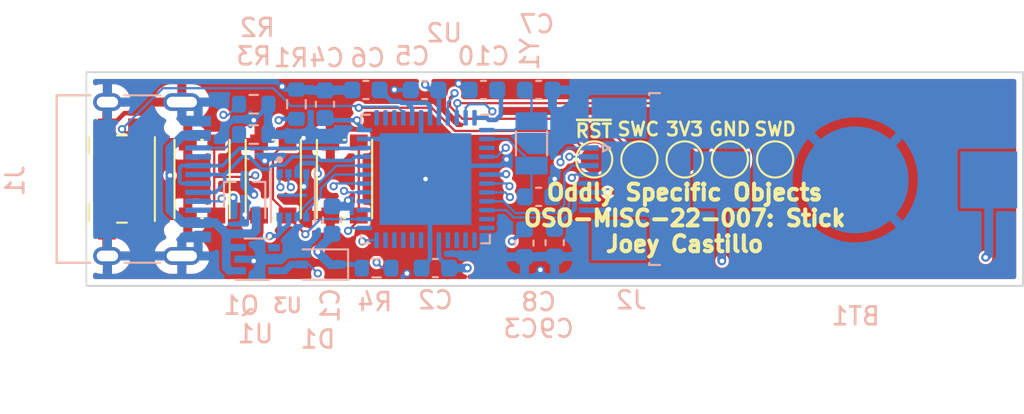
<source format=kicad_pcb>
(kicad_pcb (version 20211014) (generator pcbnew)
  (title_block (title "Stick thing") (date "2022-03-05") (rev "00") (company "Oddly Specific Objects"))
  (layers (0 "F.Cu" signal) (1 "In1.Cu" signal) (2 "In2.Cu" signal) (31 "B.Cu" signal) (34 "B.Paste" user) (35 "F.Paste" user) (36 "B.SilkS" user "B.Silkscreen") (37 "F.SilkS" user "F.Silkscreen") (38 "B.Mask" user) (39 "F.Mask" user) (44 "Edge.Cuts" user))
  (net 0 "")
  (net 1 "GND")
  (net 2 "Net-(C7-Pad1)")
  (net 5 "VCC")
  (net 6 "VBUS")
  (net 7 "/VREG")
  (net 8 "+BATT")
  (net 10 "/LIGHT")
  (net 11 "/MODE")
  (net 12 "/ALARM")
  (net 13 "/~{RESET}")
  (net 14 "/VDCDCORE")
  (net 15 "/USB+")
  (net 16 "/USB-")
  (net 17 "/CC1")
  (net 18 "/CC2")
  (net 19 "/DISPLAY_SCK")
  (net 20 "/DISPLAY_MOSI")
  (net 21 "/DISPLAY_CS")
  (net 22 "/DISPLAY_EXTCOMIN")
  (net 23 "/DISPLAY_ENABLE")
  (net 24 "/FLASH_SCK")
  (net 25 "/FLASH_CS")
  (net 26 "/FLASH_MISO")
  (net 27 "/FLASH_MOSI")
  (net 28 "/SWCLK")
  (net 29 "/SWDIO")
  (net 30 "Net-(C8-Pad1)")
  (net 31 "Net-(C10-Pad1)")
  (footprint "Button_Switch_SMD:SW_Push_1P1T_NO_CK_KMR2" (layer "F.Cu") (at 6.5 6 90)
    (fp_text reference "SW2" hide)
    (fp_text value "SW_Push" hide)
    (pad "1" smd rect (at 2.05 -0.8 90) (size 0.9 1) (layers "F.Cu" "F.Paste" "F.Mask") (net 1 "GND"))
    (pad "1" smd rect (at -2.05 -0.8 90) (size 0.9 1) (layers "F.Cu" "F.Paste" "F.Mask") (net 1 "GND"))
    (pad "2" smd rect (at 2.05 0.8 90) (size 0.9 1) (layers "F.Cu" "F.Paste" "F.Mask") (net 12 "/ALARM"))
    (pad "2" smd rect (at -2.05 0.8 90) (size 0.9 1) (layers "F.Cu" "F.Paste" "F.Mask") (net 12 "/ALARM"))
  )
  (footprint "Oddly_Specific_Artwork:Debug_Connector_Straight" (layer "F.Cu") (at 33.6 4.9)
    (fp_text reference "J3" hide)
    (fp_text value "Debug_Connector" hide)
    (fp_text user "SWD" (at 5.08 -1.7 unlocked) (layer "F.SilkS") (effects (font (size 0.75 0.75))))
    (fp_text user "SWC" (at -2.6 -1.7 unlocked) (layer "F.SilkS") (effects (font (size 0.75 0.75))))
    (fp_text user "~{RST}" (at -5.1 -1.6 unlocked) (layer "F.SilkS") (effects (font (size 0.75 0.75))))
    (fp_text user "3V3" (at 0 -1.7 unlocked) (layer "F.SilkS") (effects (font (size 0.75 0.75))))
    (fp_text user "GND" (at 2.54 -1.7 unlocked) (layer "F.SilkS") (effects (font (size 0.75 0.75))))
    (pad "1" smd circle (at -5.08 0) (size 1.5 1.5) (layers "F.Cu" "F.Mask") (net 13 "/~{RESET}"))
    (pad "2" smd circle (at -2.54 0) (size 1.5 1.5) (layers "F.Cu" "F.Mask") (net 28 "/SWCLK"))
    (pad "3" smd circle (at 0 0) (size 1.5 1.5) (layers "F.Cu" "F.Mask") (net 5 "VCC"))
    (pad "4" smd circle (at 2.54 0) (size 1.5 1.5) (layers "F.Cu" "F.Mask") (net 1 "GND"))
    (pad "5" smd circle (at 5.08 0) (size 1.5 1.5) (layers "F.Cu" "F.Mask") (net 29 "/SWDIO"))
  )
  (footprint "Button_Switch_SMD:SW_Push_1P1T_NO_CK_KMR2" (layer "F.Cu") (at 10.5 6 90)
    (fp_text reference "SW3" hide)
    (fp_text value "SW_Push" hide)
    (pad "1" smd rect (at -2.05 -0.8 90) (size 0.9 1) (layers "F.Cu" "F.Paste" "F.Mask") (net 1 "GND"))
    (pad "1" smd rect (at 2.05 -0.8 90) (size 0.9 1) (layers "F.Cu" "F.Paste" "F.Mask") (net 1 "GND"))
    (pad "2" smd rect (at 2.05 0.8 90) (size 0.9 1) (layers "F.Cu" "F.Paste" "F.Mask") (net 11 "/MODE"))
    (pad "2" smd rect (at -2.05 0.8 90) (size 0.9 1) (layers "F.Cu" "F.Paste" "F.Mask") (net 11 "/MODE"))
  )
  (footprint "Button_Switch_SMD:SW_Push_1P1T_NO_CK_KMR2" (layer "F.Cu") (at 14.5 6 90)
    (fp_text reference "SW4" hide)
    (fp_text value "SW_Push" hide)
    (pad "1" smd rect (at 2.05 -0.8 90) (size 0.9 1) (layers "F.Cu" "F.Paste" "F.Mask") (net 1 "GND"))
    (pad "1" smd rect (at -2.05 -0.8 90) (size 0.9 1) (layers "F.Cu" "F.Paste" "F.Mask") (net 1 "GND"))
    (pad "2" smd rect (at 2.05 0.8 90) (size 0.9 1) (layers "F.Cu" "F.Paste" "F.Mask") (net 10 "/LIGHT"))
    (pad "2" smd rect (at -2.05 0.8 90) (size 0.9 1) (layers "F.Cu" "F.Paste" "F.Mask") (net 10 "/LIGHT"))
  )
  (footprint "Button_Switch_SMD:Panasonic_EVQPUJ_EVQPUA" (layer "F.Cu") (at 2 6 90)
    (fp_text reference "SW1" hide)
    (fp_text value "SW_Push" hide)
    (pad "1" smd rect (at -2.625 -0.85 270) (size 1.55 1) (layers "F.Cu" "F.Paste" "F.Mask") (net 1 "GND"))
    (pad "1" smd rect (at 2.625 -0.85 270) (size 1.55 1) (layers "F.Cu" "F.Paste" "F.Mask") (net 1 "GND"))
    (pad "2" smd rect (at -2.625 0.85 270) (size 1.55 1) (layers "F.Cu" "F.Paste" "F.Mask") (net 13 "/~{RESET}"))
    (pad "2" smd rect (at 2.625 0.85 270) (size 1.55 1) (layers "F.Cu" "F.Paste" "F.Mask") (net 13 "/~{RESET}"))
  )
  (footprint "Capacitor_SMD:C_0603_1608Metric" (layer "B.Cu") (at 13.4 1.8 -90)
    (fp_text reference "C4" (at -2.6 -0.1 180) (layer "B.SilkS") (effects (justify mirror)))
    (fp_text value "1uF")
    (pad "1" smd roundrect (at -0.775 0 270) (size 0.9 0.95) (layers "B.Cu" "B.Paste" "B.Mask") (net 1 "GND"))
    (pad "2" smd roundrect (at 0.775 0 270) (size 0.9 0.95) (layers "B.Cu" "B.Paste" "B.Mask") (net 5 "VCC"))
  )
  (footprint "Connector_FFC-FPC:TE_0-1734839-8_1x08-1MP_P0.5mm_Horizontal" (layer "B.Cu") (at 29.57 6 -90)
    (fp_text reference "J2" (at 6.8 -1.03 180) (layer "B.SilkS") (effects (justify mirror)))
    (fp_text value "Conn_01x08_Female")
    (pad "1" smd rect (at -1.75 1.35 270) (size 0.3 1.1) (layers "B.Cu" "B.Paste" "B.Mask") (net 19 "/DISPLAY_SCK"))
    (pad "2" smd rect (at -1.25 1.35 270) (size 0.3 1.1) (layers "B.Cu" "B.Paste" "B.Mask") (net 20 "/DISPLAY_MOSI"))
    (pad "3" smd rect (at -0.75 1.35 270) (size 0.3 1.1) (layers "B.Cu" "B.Paste" "B.Mask") (net 21 "/DISPLAY_CS"))
    (pad "4" smd rect (at -0.25 1.35 270) (size 0.3 1.1) (layers "B.Cu" "B.Paste" "B.Mask") (net 22 "/DISPLAY_EXTCOMIN"))
    (pad "5" smd rect (at 0.25 1.35 270) (size 0.3 1.1) (layers "B.Cu" "B.Paste" "B.Mask") (net 23 "/DISPLAY_ENABLE"))
    (pad "6" smd rect (at 0.75 1.35 270) (size 0.3 1.1) (layers "B.Cu" "B.Paste" "B.Mask") (net 5 "VCC"))
    (pad "7" smd rect (at 1.25 1.35 270) (size 0.3 1.1) (layers "B.Cu" "B.Paste" "B.Mask"))
    (pad "8" smd rect (at 1.75 1.35 270) (size 0.3 1.1) (layers "B.Cu" "B.Paste" "B.Mask") (net 1 "GND"))
    (pad "MP" smd rect (at 3.42 -0.35 270) (size 2.3 3.1) (layers "B.Cu" "B.Paste" "B.Mask"))
    (pad "MP" smd rect (at -3.42 -0.35 270) (size 2.3 3.1) (layers "B.Cu" "B.Paste" "B.Mask"))
  )
  (footprint "Resistor_SMD:R_0603_1608Metric" (layer "B.Cu") (at 11.8 1.8 -90)
    (fp_text reference "R1" (at -2.6 0.3 180) (layer "B.SilkS") (effects (justify mirror)))
    (fp_text value "100K")
    (pad "1" smd roundrect (at -0.825 0 270) (size 0.8 0.95) (layers "B.Cu" "B.Paste" "B.Mask") (net 1 "GND"))
    (pad "2" smd roundrect (at 0.825 0 270) (size 0.8 0.95) (layers "B.Cu" "B.Paste" "B.Mask") (net 6 "VBUS"))
  )
  (footprint "Resistor_SMD:R_0603_1608Metric" (layer "B.Cu") (at 9.4 1.8)
    (fp_text reference "R2" (at 0.2 -4.3) (layer "B.SilkS") (effects (justify mirror)))
    (fp_text value "5.1k")
    (pad "1" smd roundrect (at -0.825 0) (size 0.8 0.95) (layers "B.Cu" "B.Paste" "B.Mask") (net 17 "/CC1"))
    (pad "2" smd roundrect (at 0.825 0) (size 0.8 0.95) (layers "B.Cu" "B.Paste" "B.Mask") (net 1 "GND"))
  )
  (footprint "Diode_SMD:D_SOD-323" (layer "B.Cu") (at 13.2 10.8 180)
    (fp_text reference "D1" (at 0.2 -4.2) (layer "B.SilkS") (effects (justify mirror)))
    (fp_text value "D_Schottky")
    (pad "1" smd rect (at -1.05 0 180) (size 0.6 0.45) (layers "B.Cu" "B.Paste" "B.Mask") (net 5 "VCC"))
    (pad "2" smd rect (at 1.05 0 180) (size 0.6 0.45) (layers "B.Cu" "B.Paste" "B.Mask") (net 7 "/VREG"))
  )
  (footprint "Connector_USB:USB_C_Receptacle_HRO_TYPE-C-31-M-12" (layer "B.Cu") (at 2.234 6 90)
    (fp_text reference "J1" (at -0.1 -6.234 90) (layer "B.SilkS") (effects (justify mirror)))
    (fp_text value "USB_C_Receptacle_USB2.0")
    (pad "" np_thru_hole circle (at 2.89 2.6 90) (size 0.65 0.65) (drill 0.65) (layers *.Cu *.Mask))
    (pad "" np_thru_hole circle (at -2.89 2.6 90) (size 0.65 0.65) (drill 0.65) (layers *.Cu *.Mask))
    (pad "A1" smd rect (at -3.25 4.045 90) (size 0.6 1.45) (layers "B.Cu" "B.Paste" "B.Mask") (net 1 "GND"))
    (pad "A4" smd rect (at -2.45 4.045 90) (size 0.6 1.45) (layers "B.Cu" "B.Paste" "B.Mask") (net 6 "VBUS"))
    (pad "A5" smd rect (at -1.25 4.045 90) (size 0.3 1.45) (layers "B.Cu" "B.Paste" "B.Mask") (net 17 "/CC1"))
    (pad "A6" smd rect (at -0.25 4.045 90) (size 0.3 1.45) (layers "B.Cu" "B.Paste" "B.Mask") (net 15 "/USB+"))
    (pad "A7" smd rect (at 0.25 4.045 90) (size 0.3 1.45) (layers "B.Cu" "B.Paste" "B.Mask") (net 16 "/USB-"))
    (pad "A8" smd rect (at 1.25 4.045 90) (size 0.3 1.45) (layers "B.Cu" "B.Paste" "B.Mask"))
    (pad "A9" smd rect (at 2.45 4.045 90) (size 0.6 1.45) (layers "B.Cu" "B.Paste" "B.Mask") (net 6 "VBUS"))
    (pad "A12" smd rect (at 3.25 4.045 90) (size 0.6 1.45) (layers "B.Cu" "B.Paste" "B.Mask") (net 1 "GND"))
    (pad "B1" smd rect (at 3.25 4.045 90) (size 0.6 1.45) (layers "B.Cu" "B.Paste" "B.Mask") (net 1 "GND"))
    (pad "B4" smd rect (at 2.45 4.045 90) (size 0.6 1.45) (layers "B.Cu" "B.Paste" "B.Mask") (net 6 "VBUS"))
    (pad "B5" smd rect (at 1.75 4.045 90) (size 0.3 1.45) (layers "B.Cu" "B.Paste" "B.Mask") (net 18 "/CC2"))
    (pad "B6" smd rect (at 0.75 4.045 90) (size 0.3 1.45) (layers "B.Cu" "B.Paste" "B.Mask") (net 15 "/USB+"))
    (pad "B7" smd rect (at -0.75 4.045 90) (size 0.3 1.45) (layers "B.Cu" "B.Paste" "B.Mask") (net 16 "/USB-"))
    (pad "B8" smd rect (at -1.75 4.045 90) (size 0.3 1.45) (layers "B.Cu" "B.Paste" "B.Mask"))
    (pad "B9" smd rect (at -2.45 4.045 90) (size 0.6 1.45) (layers "B.Cu" "B.Paste" "B.Mask") (net 6 "VBUS"))
    (pad "B12" smd rect (at -3.25 4.045 90) (size 0.6 1.45) (layers "B.Cu" "B.Paste" "B.Mask") (net 1 "GND"))
    (pad "S1" thru_hole oval (at -4.32 -1.05 90) (size 1 1.6) (drill oval 0.6 1.2) (layers *.Cu *.Mask) (net 1 "GND"))
    (pad "S1" thru_hole oval (at 4.32 -1.05 90) (size 1 1.6) (drill oval 0.6 1.2) (layers *.Cu *.Mask) (net 1 "GND"))
    (pad "S1" thru_hole oval (at -4.32 3.13 90) (size 1 2.1) (drill oval 0.6 1.7) (layers *.Cu *.Mask) (net 1 "GND"))
    (pad "S1" thru_hole oval (at 4.32 3.13 90) (size 1 2.1) (drill oval 0.6 1.7) (layers *.Cu *.Mask) (net 1 "GND"))
  )
  (footprint "Resistor_SMD:R_0603_1608Metric" (layer "B.Cu") (at 9.4 3.5)
    (fp_text reference "R3" (at 0 -4.4) (layer "B.SilkS") (effects (justify mirror)))
    (fp_text value "5.1k")
    (pad "1" smd roundrect (at -0.825 0) (size 0.8 0.95) (layers "B.Cu" "B.Paste" "B.Mask") (net 18 "/CC2"))
    (pad "2" smd roundrect (at 0.825 0) (size 0.8 0.95) (layers "B.Cu" "B.Paste" "B.Mask") (net 1 "GND"))
  )
  (footprint "Coin_Cell:KEYSTONE_3030_3050" (layer "B.Cu") (at 43.18 6.05)
    (fp_text reference "BT1" (at 0.02 7.65 180) (layer "B.SilkS") (effects (justify mirror)))
    (fp_text value "CR1025")
    (pad "1" smd rect (at -7.5 0) (size 3.2 3.2) (layers "B.Cu" "B.Paste" "B.Mask") (net 8 "+BATT"))
    (pad "1" smd rect (at 7.5 0 180) (size 3.2 3.2) (layers "B.Cu" "B.Paste" "B.Mask") (net 8 "+BATT"))
    (pad "2" smd circle (at 0 0) (size 6 6) (layers "B.Cu" "B.Mask") (net 1 "GND"))
  )
  (footprint "Capacitor_SMD:C_0603_1608Metric" (layer "B.Cu") (at 26.3 9.575 -90)
    (fp_text reference "C9" (at 4.825 -0.1 180) (layer "B.SilkS") (effects (justify mirror)))
    (fp_text value "1uF")
    (pad "1" smd roundrect (at -0.775 0 270) (size 0.9 0.95) (layers "B.Cu" "B.Paste" "B.Mask") (net 5 "VCC"))
    (pad "2" smd roundrect (at 0.775 0 270) (size 0.9 0.95) (layers "B.Cu" "B.Paste" "B.Mask") (net 1 "GND"))
  )
  (footprint "Capacitor_SMD:C_0603_1608Metric" (layer "B.Cu") (at 22.3 1 180)
    (fp_text reference "C10" (at 0 1.9) (layer "B.SilkS") (effects (justify mirror)))
    (fp_text value "47uF")
    (pad "1" smd roundrect (at -0.775 0 180) (size 0.9 0.95) (layers "B.Cu" "B.Paste" "B.Mask") (net 31 "Net-(C10-Pad1)"))
    (pad "2" smd roundrect (at 0.775 0 180) (size 0.9 0.95) (layers "B.Cu" "B.Paste" "B.Mask") (net 1 "GND"))
  )
  (footprint "Crystal:Crystal_SMD_3215-2Pin_3.2x1.5mm" (layer "B.Cu") (at 25 4 90)
    (fp_text reference "Y1" (at 5 -0.1 90) (layer "B.SilkS") (effects (justify mirror)))
    (fp_text value "32.768 kHz")
    (pad "1" smd rect (at 1.25 0 90) (size 1 1.8) (layers "B.Cu" "B.Paste" "B.Mask") (net 2 "Net-(C7-Pad1)"))
    (pad "2" smd rect (at -1.25 0 90) (size 1 1.8) (layers "B.Cu" "B.Paste" "B.Mask") (net 30 "Net-(C8-Pad1)"))
  )
  (footprint "Capacitor_SMD:C_0603_1608Metric" (layer "B.Cu") (at 19 1)
    (fp_text reference "C5" (at -0.7 -1.9) (layer "B.SilkS") (effects (justify mirror)))
    (fp_text value "1uF")
    (pad "1" smd roundrect (at -0.775 0) (size 0.9 0.95) (layers "B.Cu" "B.Paste" "B.Mask") (net 1 "GND"))
    (pad "2" smd roundrect (at 0.775 0) (size 0.9 0.95) (layers "B.Cu" "B.Paste" "B.Mask") (net 5 "VCC"))
  )
  (footprint "Package_DFN_QFN:QFN-48-1EP_7x7mm_P0.5mm_EP5.15x5.15mm" (layer "B.Cu") (at 19.05 6 180)
    (fp_text reference "U2" (at -1.05 8.2) (layer "B.SilkS") (effects (justify mirror)))
    (fp_text value "ATSAML21G18B-MUT")
    (pad "1" smd roundrect (at -3.4375 2.75 180) (size 0.875 0.25) (layers "B.Cu" "B.Paste" "B.Mask") (net 2 "Net-(C7-Pad1)"))
    (pad "2" smd roundrect (at -3.4375 2.25 180) (size 0.875 0.25) (layers "B.Cu" "B.Paste" "B.Mask") (net 30 "Net-(C8-Pad1)"))
    (pad "3" smd roundrect (at -3.4375 1.75 180) (size 0.875 0.25) (layers "B.Cu" "B.Paste" "B.Mask"))
    (pad "4" smd roundrect (at -3.4375 1.25 180) (size 0.875 0.25) (layers "B.Cu" "B.Paste" "B.Mask") (net 12 "/ALARM"))
    (pad "5" smd roundrect (at -3.4375 0.75 180) (size 0.875 0.25) (layers "B.Cu" "B.Paste" "B.Mask") (net 1 "GND"))
    (pad "6" smd roundrect (at -3.4375 0.25 180) (size 0.875 0.25) (layers "B.Cu" "B.Paste" "B.Mask") (net 5 "VCC"))
    (pad "7" smd roundrect (at -3.4375 -0.25 180) (size 0.875 0.25) (layers "B.Cu" "B.Paste" "B.Mask") (net 20 "/DISPLAY_MOSI"))
    (pad "8" smd roundrect (at -3.4375 -0.75 180) (size 0.875 0.25) (layers "B.Cu" "B.Paste" "B.Mask") (net 19 "/DISPLAY_SCK"))
    (pad "9" smd roundrect (at -3.4375 -1.25 180) (size 0.875 0.25) (layers "B.Cu" "B.Paste" "B.Mask") (net 21 "/DISPLAY_CS"))
    (pad "10" smd roundrect (at -3.4375 -1.75 180) (size 0.875 0.25) (layers "B.Cu" "B.Paste" "B.Mask") (net 23 "/DISPLAY_ENABLE"))
    (pad "11" smd roundrect (at -3.4375 -2.25 180) (size 0.875 0.25) (layers "B.Cu" "B.Paste" "B.Mask"))
    (pad "12" smd roundrect (at -3.4375 -2.75 180) (size 0.875 0.25) (layers "B.Cu" "B.Paste" "B.Mask"))
    (pad "13" smd roundrect (at -2.75 -3.4375 180) (size 0.25 0.875) (layers "B.Cu" "B.Paste" "B.Mask"))
    (pad "14" smd roundrect (at -2.25 -3.4375 180) (size 0.25 0.875) (layers "B.Cu" "B.Paste" "B.Mask"))
    (pad "15" smd roundrect (at -1.75 -3.4375 180) (size 0.25 0.875) (layers "B.Cu" "B.Paste" "B.Mask"))
    (pad "16" smd roundrect (at -1.25 -3.4375 180) (size 0.25 0.875) (layers "B.Cu" "B.Paste" "B.Mask"))
    (pad "17" smd roundrect (at -0.75 -3.4375 180) (size 0.25 0.875) (layers "B.Cu" "B.Paste" "B.Mask") (net 5 "VCC"))
    (pad "18" smd roundrect (at -0.25 -3.4375 180) (size 0.25 0.875) (layers "B.Cu" "B.Paste" "B.Mask") (net 1 "GND"))
    (pad "19" smd roundrect (at 0.25 -3.4375 180) (size 0.25 0.875) (layers "B.Cu" "B.Paste" "B.Mask"))
    (pad "20" smd roundrect (at 0.75 -3.4375 180) (size 0.25 0.875) (layers "B.Cu" "B.Paste" "B.Mask"))
    (pad "21" smd roundrect (at 1.25 -3.4375 180) (size 0.25 0.875) (layers "B.Cu" "B.Paste" "B.Mask"))
    (pad "22" smd roundrect (at 1.75 -3.4375 180) (size 0.25 0.875) (layers "B.Cu" "B.Paste" "B.Mask"))
    (pad "23" smd roundrect (at 2.25 -3.4375 180) (size 0.25 0.875) (layers "B.Cu" "B.Paste" "B.Mask"))
    (pad "24" smd roundrect (at 2.75 -3.4375 180) (size 0.25 0.875) (layers "B.Cu" "B.Paste" "B.Mask") (net 7 "/VREG"))
    (pad "25" smd roundrect (at 3.4375 -2.75 180) (size 0.875 0.25) (layers "B.Cu" "B.Paste" "B.Mask") (net 10 "/LIGHT"))
    (pad "26" smd roundrect (at 3.4375 -2.25 180) (size 0.875 0.25) (layers "B.Cu" "B.Paste" "B.Mask") (net 11 "/MODE"))
    (pad "27" smd roundrect (at 3.4375 -1.75 180) (size 0.875 0.25) (layers "B.Cu" "B.Paste" "B.Mask"))
    (pad "28" smd roundrect (at 3.4375 -1.25 180) (size 0.875 0.25) (layers "B.Cu" "B.Paste" "B.Mask"))
    (pad "29" smd roundrect (at 3.4375 -0.75 180) (size 0.875 0.25) (layers "B.Cu" "B.Paste" "B.Mask") (net 26 "/FLASH_MISO"))
    (pad "30" smd roundrect (at 3.4375 -0.25 180) (size 0.875 0.25) (layers "B.Cu" "B.Paste" "B.Mask") (net 25 "/FLASH_CS"))
    (pad "31" smd roundrect (at 3.4375 0.25 180) (size 0.875 0.25) (layers "B.Cu" "B.Paste" "B.Mask") (net 27 "/FLASH_MOSI"))
    (pad "32" smd roundrect (at 3.4375 0.75 180) (size 0.875 0.25) (layers "B.Cu" "B.Paste" "B.Mask") (net 24 "/FLASH_SCK"))
    (pad "33" smd roundrect (at 3.4375 1.25 180) (size 0.875 0.25) (layers "B.Cu" "B.Paste" "B.Mask") (net 16 "/USB-"))
    (pad "34" smd roundrect (at 3.4375 1.75 180) (size 0.875 0.25) (layers "B.Cu" "B.Paste" "B.Mask") (net 15 "/USB+"))
    (pad "35" smd roundrect (at 3.4375 2.25 180) (size 0.875 0.25) (layers "B.Cu" "B.Paste" "B.Mask") (net 1 "GND"))
    (pad "36" smd roundrect (at 3.4375 2.75 180) (size 0.875 0.25) (layers "B.Cu" "B.Paste" "B.Mask") (net 5 "VCC"))
    (pad "37" smd roundrect (at 2.75 3.4375 180) (size 0.25 0.875) (layers "B.Cu" "B.Paste" "B.Mask"))
    (pad "38" smd roundrect (at 2.25 3.4375 180) (size 0.25 0.875) (layers "B.Cu" "B.Paste" "B.Mask"))
    (pad "39" smd roundrect (at 1.75 3.4375 180) (size 0.25 0.875) (layers "B.Cu" "B.Paste" "B.Mask"))
    (pad "40" smd roundrect (at 1.25 3.4375 180) (size 0.25 0.875) (layers "B.Cu" "B.Paste" "B.Mask") (net 13 "/~{RESET}"))
    (pad "41" smd roundrect (at 0.75 3.4375 180) (size 0.25 0.875) (layers "B.Cu" "B.Paste" "B.Mask") (net 14 "/VDCDCORE"))
    (pad "42" smd roundrect (at 0.25 3.4375 180) (size 0.25 0.875) (layers "B.Cu" "B.Paste" "B.Mask") (net 1 "GND"))
    (pad "43" smd roundrect (at -0.25 3.4375 180) (size 0.25 0.875) (layers "B.Cu" "B.Paste" "B.Mask") (net 14 "/VDCDCORE"))
    (pad "44" smd roundrect (at -0.75 3.4375 180) (size 0.25 0.875) (layers "B.Cu" "B.Paste" "B.Mask") (net 5 "VCC"))
    (pad "45" smd roundrect (at -1.25 3.4375 180) (size 0.25 0.875) (layers "B.Cu" "B.Paste" "B.Mask") (net 28 "/SWCLK"))
    (pad "46" smd roundrect (at -1.75 3.4375 180) (size 0.25 0.875) (layers "B.Cu" "B.Paste" "B.Mask") (net 29 "/SWDIO"))
    (pad "47" smd roundrect (at -2.25 3.4375 180) (size 0.25 0.875) (layers "B.Cu" "B.Paste" "B.Mask") (net 22 "/DISPLAY_EXTCOMIN"))
    (pad "48" smd roundrect (at -2.75 3.4375 180) (size 0.25 0.875) (layers "B.Cu" "B.Paste" "B.Mask") (net 31 "Net-(C10-Pad1)"))
    (pad "49" smd rect (at 0 0 180) (size 5.15 5.15) (layers "B.Cu" "B.Mask") (net 1 "GND"))
  )
  (footprint "Package_TO_SOT_SMD:SOT-353_SC-70-5" (layer "B.Cu") (at 9.586 10.5)
    (fp_text reference "U1" (at -0.086 4.2) (layer "B.SilkS") (effects (justify mirror)))
    (fp_text value "MIC5365-3.3YC5")
    (pad "1" smd rect (at -0.95 0.65) (size 0.65 0.4) (layers "B.Cu" "B.Paste" "B.Mask") (net 6 "VBUS"))
    (pad "2" smd rect (at -0.95 0) (size 0.65 0.4) (layers "B.Cu" "B.Paste" "B.Mask") (net 1 "GND"))
    (pad "3" smd rect (at -0.95 -0.65) (size 0.65 0.4) (layers "B.Cu" "B.Paste" "B.Mask") (net 6 "VBUS"))
    (pad "4" smd rect (at 0.95 -0.65) (size 0.65 0.4) (layers "B.Cu" "B.Paste" "B.Mask"))
    (pad "5" smd rect (at 0.95 0.65) (size 0.65 0.4) (layers "B.Cu" "B.Paste" "B.Mask") (net 7 "/VREG"))
  )
  (footprint "Capacitor_SMD:C_0603_1608Metric" (layer "B.Cu") (at 24.6 9.6 90)
    (fp_text reference "C3" (at -4.8 -0.2 180) (layer "B.SilkS") (effects (justify mirror)))
    (fp_text value "1uF")
    (pad "1" smd roundrect (at -0.775 0 90) (size 0.9 0.95) (layers "B.Cu" "B.Paste" "B.Mask") (net 1 "GND"))
    (pad "2" smd roundrect (at 0.775 0 90) (size 0.9 0.95) (layers "B.Cu" "B.Paste" "B.Mask") (net 5 "VCC"))
  )
  (footprint "Package_TO_SOT_SMD:SOT-323_SC-70" (layer "B.Cu") (at 8.89 6.892 90)
    (fp_text reference "Q1" (at -6.208 -0.19 180) (layer "B.SilkS") (effects (justify mirror)))
    (fp_text value "Q_PMOS_DGS")
    (pad "1" smd rect (at -1 0.65 180) (size 0.45 0.7) (layers "B.Cu" "B.Paste" "B.Mask") (net 6 "VBUS"))
    (pad "2" smd rect (at -1 -0.65 180) (size 0.45 0.7) (layers "B.Cu" "B.Paste" "B.Mask") (net 5 "VCC"))
    (pad "3" smd rect (at 1 0 180) (size 0.45 0.7) (layers "B.Cu" "B.Paste" "B.Mask") (net 8 "+BATT"))
  )
  (footprint "Capacitor_SMD:C_0603_1608Metric" (layer "B.Cu") (at 25.4 7)
    (fp_text reference "C8" (at 0 5.9) (layer "B.SilkS") (effects (justify mirror)))
    (fp_text value "22pf")
    (pad "1" smd roundrect (at -0.775 0) (size 0.9 0.95) (layers "B.Cu" "B.Paste" "B.Mask") (net 30 "Net-(C8-Pad1)"))
    (pad "2" smd roundrect (at 0.775 0) (size 0.9 0.95) (layers "B.Cu" "B.Paste" "B.Mask") (net 1 "GND"))
  )
  (footprint "Capacitor_SMD:C_0603_1608Metric" (layer "B.Cu") (at 13.8 8.3 90)
    (fp_text reference "C1" (at -4.8 -0.1 270) (layer "B.SilkS") (effects (justify mirror)))
    (fp_text value "10uF")
    (pad "1" smd roundrect (at -0.775 0 90) (size 0.9 0.95) (layers "B.Cu" "B.Paste" "B.Mask") (net 5 "VCC"))
    (pad "2" smd roundrect (at 0.775 0 90) (size 0.9 0.95) (layers "B.Cu" "B.Paste" "B.Mask") (net 1 "GND"))
  )
  (footprint "Capacitor_SMD:C_0603_1608Metric" (layer "B.Cu") (at 15.7 1 180)
    (fp_text reference "C6" (at -0.1 1.8) (layer "B.SilkS") (effects (justify mirror)))
    (fp_text value "1uF")
    (pad "1" smd roundrect (at -0.775 0 180) (size 0.9 0.95) (layers "B.Cu" "B.Paste" "B.Mask") (net 14 "/VDCDCORE"))
    (pad "2" smd roundrect (at 0.775 0 180) (size 0.9 0.95) (layers "B.Cu" "B.Paste" "B.Mask") (net 1 "GND"))
  )
  (footprint "Capacitor_SMD:C_0603_1608Metric" (layer "B.Cu") (at 25.4 1)
    (fp_text reference "C7" (at -0.1 -3.7) (layer "B.SilkS") (effects (justify mirror)))
    (fp_text value "22pf")
    (pad "1" smd roundrect (at -0.775 0) (size 0.9 0.95) (layers "B.Cu" "B.Paste" "B.Mask") (net 2 "Net-(C7-Pad1)"))
    (pad "2" smd roundrect (at 0.775 0) (size 0.9 0.95) (layers "B.Cu" "B.Paste" "B.Mask") (net 1 "GND"))
  )
  (footprint "SPI_Flash:PSON50P200X300X50-9N" (layer "B.Cu") (at 11.6 6.9125 -90)
    (fp_text reference "U3" (at 6.1875 0.3 180) (layer "B.SilkS") (effects (font (size 0.8 0.8)) (justify mirror)))
    (fp_text value "GD25Q16CEIGR")
    (pad "1" smd roundrect locked (at -1.22 0.75 270) (size 0.49 0.35) (layers "B.Cu" "B.Paste" "B.Mask") (roundrect_rratio 0.04) (net 25 "/FLASH_CS"))
    (pad "2" smd roundrect locked (at -1.22 0.25 270) (size 0.49 0.35) (layers "B.Cu" "B.Paste" "B.Mask") (roundrect_rratio 0.04) (net 26 "/FLASH_MISO"))
    (pad "3" smd roundrect locked (at -1.22 -0.25 270) (size 0.49 0.35) (layers "B.Cu" "B.Paste" "B.Mask") (roundrect_rratio 0.04) (net 5 "VCC"))
    (pad "4" smd roundrect locked (at -1.22 -0.75 270) (size 0.49 0.35) (layers "B.Cu" "B.Paste" "B.Mask") (roundrect_rratio 0.04) (net 1 "GND"))
    (pad "5" smd roundrect locked (at 1.22 -0.75 270) (size 0.49 0.35) (layers "B.Cu" "B.Paste" "B.Mask") (roundrect_rratio 0.04) (net 27 "/FLASH_MOSI"))
    (pad "6" smd roundrect locked (at 1.22 -0.25 270) (size 0.49 0.35) (layers "B.Cu" "B.Paste" "B.Mask") (roundrect_rratio 0.04) (net 24 "/FLASH_SCK"))
    (pad "7" smd roundrect locked (at 1.22 0.25 270) (size 0.49 0.35) (layers "B.Cu" "B.Paste" "B.Mask") (roundrect_rratio 0.04) (net 5 "VCC"))
    (pad "8" smd roundrect locked (at 1.22 0.75 270) (size 0.49 0.35) (layers "B.Cu" "B.Paste" "B.Mask") (roundrect_rratio 0.04) (net 5 "VCC"))
    (pad "9" smd rect locked (at 0 0 270) (size 0.2 1.6) (layers "B.Cu" "B.Mask"))
  )
  (footprint "Capacitor_SMD:C_0603_1608Metric" (layer "B.Cu") (at 19.6 11)
    (fp_text reference "C2" (at 0 1.8) (layer "B.SilkS") (effects (justify mirror)))
    (fp_text value "1uF")
    (pad "1" smd roundrect (at -0.775 0) (size 0.9 0.95) (layers "B.Cu" "B.Paste" "B.Mask") (net 1 "GND"))
    (pad "2" smd roundrect (at 0.775 0) (size 0.9 0.95) (layers "B.Cu" "B.Paste" "B.Mask") (net 5 "VCC"))
  )
  (footprint "Resistor_SMD:R_0603_1608Metric" (layer "B.Cu") (at 16.3 11 180)
    (fp_text reference "R4" (at 0.1 -1.9) (layer "B.SilkS") (effects (justify mirror)))
    (fp_text value "10K")
    (pad "1" smd roundrect (at -0.825 0 180) (size 0.8 0.95) (layers "B.Cu" "B.Paste" "B.Mask") (net 25 "/FLASH_CS"))
    (pad "2" smd roundrect (at 0.825 0 180) (size 0.8 0.95) (layers "B.Cu" "B.Paste" "B.Mask") (net 5 "VCC"))
  )
  (gr_rect (start 0 0) (end 52.6 12) (layer "Edge.Cuts") (width 0.1) (fill none))
  (gr_text "Oddly Specific Objects\nOSO-MISC-22-007: Stick\nJoey Castillo" (at 33.6 8.2) (layer "F.SilkS") (effects (font (size 0.9 0.9) (thickness 0.225))))
  (segment (start 15.3 10.2) (end 16.9 10.2) (width 0.254) (layer "F.Cu") (net 1))
  (segment (start 16.9 10.2) (end 18 11.3) (width 0.254) (layer "F.Cu") (net 1))
  (segment (start 1.15 3.375) (end 1.15 3.292978) (width 0.254) (layer "F.Cu") (net 1))
  (segment (start 1.15 3.292978) (end 2.142978 2.3) (width 0.254) (layer "F.Cu") (net 1))
  (segment (start 12.45 3.95) (end 12.2 3.7) (width 0.254) (layer "F.Cu") (net 1))
  (segment (start 13.7 8.6) (end 15.3 10.2) (width 0.254) (layer "F.Cu") (net 1))
  (segment (start 2.142978 2.3) (end 3.8 2.3) (width 0.254) (layer "F.Cu") (net 1))
  (segment (start 3.8 2.3) (end 3.9 2.4) (width 0.254) (layer "F.Cu") (net 1))
  (segment (start 13.7 3.95) (end 12.45 3.95) (width 0.254) (layer "F.Cu") (net 1))
  (segment (start 13.7 8.05) (end 13.7 8.6) (width 0.254) (layer "F.Cu") (net 1))
  (via (at 12.217606 6.4201) (size 0.4572) (drill 0.254) (layers "F.Cu" "B.Cu") (net 1))
  (via (at 9.4 10.6) (size 0.4572) (drill 0.254) (layers "F.Cu" "B.Cu") (net 1))
  (via (at 23.6 4.9) (size 0.4572) (drill 0.254) (layers "F.Cu" "B.Cu") (net 1))
  (via (at 29.35 7.700011) (size 0.4572) (drill 0.254) (layers "F.Cu" "B.Cu") (net 1))
  (via (at 12.2 3.7) (size 0.4572) (drill 0.254) (layers "F.Cu" "B.Cu") (net 1))
  (via (at 17.3 0.984005) (size 0.4572) (drill 0.254) (layers "F.Cu" "B.Cu") (net 1))
  (via (at 14.69137 7.209368) (size 0.4572) (drill 0.254) (layers "F.Cu" "B.Cu") (net 1))
  (via (at 18 11.3) (size 0.4572) (drill 0.254) (layers "F.Cu" "B.Cu") (net 1))
  (via (at 26.3 6) (size 0.4572) (drill 0.254) (layers "F.Cu" "B.Cu") (net 1))
  (via (at 9.4 2.7) (size 0.4572) (drill 0.254) (layers "F.Cu" "B.Cu") (net 1))
  (via (at 8.9 8) (size 0.4572) (drill 0.254) (layers "F.Cu" "B.Cu") (net 1))
  (via (at 19.05 6) (size 0.4572) (drill 0.254) (layers "F.Cu" "B.Cu") (net 1))
  (via (at 25.5 11.1) (size 0.4572) (drill 0.254) (layers "F.Cu" "B.Cu") (net 1))
  (via (at 10.021805 4.978195) (size 0.4572) (drill 0.254) (layers "F.Cu" "B.Cu") (net 1))
  (via (at 20.903474 0.639136) (size 0.4572) (drill 0.254) (layers "F.Cu" "B.Cu") (net 1))
  (via (at 10.995602 0.804398) (size 0.4572) (drill 0.254) (layers "F.Cu" "B.Cu") (net 1))
  (segment (start 28.22 7.75) (end 29.300011 7.75) (width 0.254) (layer "B.Cu") (net 1))
  (segment (start 26.175 7) (end 26.175 6.125) (width 0.254) (layer "B.Cu") (net 1))
  (segment (start 18.8 2.5625) (end 18.8 5.75) (width 0.254) (layer "B.Cu") (net 1))
  (segment (start 12.35 5.6925) (end 12.35 6.287706) (width 0.254) (layer "B.Cu") (net 1))
  (segment (start 21.525 1) (end 21.264338 1) (width 0.254) (layer "B.Cu") (net 1))
  (segment (start 12.35 6.287706) (end 12.217606 6.4201) (width 0.254) (layer "B.Cu") (net 1))
  (segment (start 19.3 9.4375) (end 19.3 6.25) (width 0.254) (layer "B.Cu") (net 1))
  (segment (start 18.8 5.75) (end 19.05 6) (width 0.254) (layer "B.Cu") (net 1))
  (segment (start 16.8 3.75) (end 19.05 6) (width 0.254) (layer "B.Cu") (net 1))
  (segment (start 21.264338 1) (end 20.903474 0.639136) (width 0.254) (layer "B.Cu") (net 1))
  (segment (start 19.8 5.25) (end 19.05 6) (width 0.254) (layer "B.Cu") (net 1))
  (segment (start 23.6 4.9) (end 23.25 5.25) (width 0.254) (layer "B.Cu") (net 1))
  (segment (start 29.300011 7.75) (end 29.35 7.700011) (width 0.254) (layer "B.Cu") (net 1))
  (segment (start 19.3 10.525) (end 18.825 11) (width 0.254) (layer "B.Cu") (net 1))
  (segment (start 23.25 5.25) (end 22.4875 5.25) (width 0.254) (layer "B.Cu") (net 1))
  (segment (start 10.225 1.875) (end 9.4 2.7) (width 0.254) (layer "B.Cu") (net 1))
  (segment (start 15.6125 3.75) (end 16.8 3.75) (width 0.254) (layer "B.Cu") (net 1))
  (segment (start 8.636 10.5) (end 9.3 10.5) (width 0.254) (layer "B.Cu") (net 1))
  (segment (start 10.995602 0.804398) (end 11.166204 0.975) (width 0.254) (layer "B.Cu") (net 1))
  (segment (start 11.166204 0.975) (end 11.8 0.975) (width 0.254) (layer "B.Cu") (net 1))
  (segment (start 22.4875 5.25) (end 19.8 5.25) (width 0.254) (layer "B.Cu") (net 1))
  (segment (start 17.315995 1) (end 18.325 1) (width 0.254) (layer "B.Cu") (net 1))
  (segment (start 19.3 6.25) (end 19.05 6) (width 0.254) (layer "B.Cu") (net 1))
  (segment (start 10.225 1.8) (end 10.225 1.875) (width 0.254) (layer "B.Cu") (net 1))
  (segment (start 9.3 10.5) (end 9.4 10.6) (width 0.254) (layer "B.Cu") (net 1))
  (segment (start 26.175 6.125) (end 26.3 6) (width 0.254) (layer "B.Cu") (net 1))
  (segment (start 19.3 9.4375) (end 19.3 10.525) (width 0.254) (layer "B.Cu") (net 1))
  (segment (start 13.8 7.525) (end 14.375738 7.525) (width 0.254) (layer "B.Cu") (net 1))
  (segment (start 14.375738 7.525) (end 14.69137 7.209368) (width 0.254) (layer "B.Cu") (net 1))
  (segment (start 17.3 0.984005) (end 17.315995 1) (width 0.254) (layer "B.Cu") (net 1))
  (segment (start 25 1.375) (end 25 2.75) (width 0.13) (layer "B.Cu") (net 2))
  (segment (start 24.625 1) (end 25 1.375) (width 0.13) (layer "B.Cu") (net 2))
  (segment (start 24.55 2.75) (end 25 2.75) (width 0.13) (layer "B.Cu") (net 2))
  (segment (start 24.05 3.25) (end 24.55 2.75) (width 0.13) (layer "B.Cu") (net 2))
  (segment (start 22.4875 3.25) (end 24.05 3.25) (width 0.13) (layer "B.Cu") (net 2))
  (segment (start 29.275 6.75) (end 31.75 6.75) (width 0.254) (layer "F.Cu") (net 5))
  (segment (start 31.75 6.75) (end 33.6 4.9) (width 0.254) (layer "F.Cu") (net 5))
  (via (at 10.3 9.2) (size 0.4572) (drill 0.254) (layers "F.Cu" "B.Cu") (net 5))
  (via (at 23.575 5.725) (size 0.4572) (drill 0.254) (layers "F.Cu" "B.Cu") (net 5))
  (via (at 13 10.1) (size 0.4572) (drill 0.254) (layers "F.Cu" "B.Cu") (net 5))
  (via (at 15.2 2.7) (size 0.4572) (drill 0.254) (layers "F.Cu" "B.Cu") (net 5))
  (via (at 21.4 11) (size 0.4572) (drill 0.254) (layers "F.Cu" "B.Cu") (net 5))
  (via (at 8.25 7.05) (size 0.4572) (drill 0.254) (layers "F.Cu" "B.Cu") (net 5))
  (via (at 19.027718 0.69748) (size 0.4572) (drill 0.254) (layers "F.Cu" "B.Cu") (net 5))
  (via (at 29.275 6.75) (size 0.4572) (drill 0.254) (layers "F.Cu" "B.Cu") (net 5))
  (via (at 13.002944 5.702944) (size 0.4572) (drill 0.254) (layers "F.Cu" "B.Cu") (net 5))
  (via (at 23.9 9.5) (size 0.4572) (drill 0.254) (layers "F.Cu" "B.Cu") (net 5))
  (segment (start 13.002944 5.702944) (end 13.002944 5.302944) (width 0.254) (layer "B.Cu") (net 5))
  (segment (start 19.8 10.425) (end 20.375 11) (width 0.254) (layer "B.Cu") (net 5))
  (segment (start 13.002944 5.302944) (end 12.80352 5.10352) (width 0.254) (layer "B.Cu") (net 5))
  (segment (start 15.2 2.8375) (end 15.6125 3.25) (width 0.254) (layer "B.Cu") (net 5))
  (segment (start 27.416489 7.683511) (end 26.3 8.8) (width 0.254) (layer "B.Cu") (net 5))
  (segment (start 24.575 8.825) (end 24.6 8.825) (width 0.254) (layer "B.Cu") (net 5))
  (segment (start 15.2 2.7) (end 13.625 2.7) (width 0.254) (layer "B.Cu") (net 5))
  (segment (start 13.625 2.7) (end 13.5 2.575) (width 0.254) (layer "B.Cu") (net 5))
  (segment (start 15.275 10.8) (end 15.475 11) (width 0.254) (layer "B.Cu") (net 5))
  (segment (start 10.85 9.05) (end 10.7 9.2) (width 0.254) (layer "B.Cu") (net 5))
  (segment (start 19.775 1) (end 19.330238 1) (width 0.254) (layer "B.Cu") (net 5))
  (segment (start 19.8 9.4375) (end 19.8 10.425) (width 0.254) (layer "B.Cu") (net 5))
  (segment (start 8.24 7.06) (end 8.25 7.05) (width 0.5) (layer "B.Cu") (net 5))
  (segment (start 12.80352 5.10352) (end 12.09648 5.10352) (width 0.254) (layer "B.Cu") (net 5))
  (segment (start 27.416489 6.846489) (end 27.416489 7.683511) (width 0.254) (layer "B.Cu") (net 5))
  (segment (start 23.575 5.725) (end 23.55 5.75) (width 0.254) (layer "B.Cu") (net 5))
  (segment (start 28.22 6.75) (end 27.512978 6.75) (width 0.254) (layer "B.Cu") (net 5))
  (segment (start 27.512978 6.75) (end 27.416489 6.846489) (width 0.254) (layer "B.Cu") (net 5))
  (segment (start 11.35 8.55) (end 10.85 9.05) (width 0.254) (layer "B.Cu") (net 5))
  (segment (start 20.375 11) (end 21.4 11) (width 0.5) (layer "B.Cu") (net 5))
  (segment (start 10.7 9.2) (end 10.3 9.2) (width 0.254) (layer "B.Cu") (net 5))
  (segment (start 23.9 9.5) (end 24.575 8.825) (width 0.254) (layer "B.Cu") (net 5))
  (segment (start 19.675 1) (end 19.8 1.125) (width 0.254) (layer "B.Cu") (net 5))
  (segment (start 11.85 5.35) (end 11.85 5.6925) (width 0.254) (layer "B.Cu") (net 5))
  (segment (start 13.7 10.8) (end 14.25 10.8) (width 0.5) (layer "B.Cu") (net 5))
  (segment (start 8.24 7.892) (end 8.24 7.06) (width 0.5) (layer "B.Cu") (net 5))
  (segment (start 10.85 8.1325) (end 10.85 9.05) (width 0.254) (layer "B.Cu") (net 5))
  (segment (start 11.35 8.1325) (end 11.35 8.55) (width 0.254) (layer "B.Cu") (net 5))
  (segment (start 13 10.1) (end 13 9.975) (width 0.5) (layer "B.Cu") (net 5))
  (segment (start 19.330238 1) (end 19.027718 0.69748) (width 0.254) (layer "B.Cu") (net 5))
  (segment (start 13 9.975) (end 13.9 9.075) (width 0.5) (layer "B.Cu") (net 5))
  (segment (start 12.09648 5.10352) (end 11.85 5.35) (width 0.254) (layer "B.Cu") (net 5))
  (segment (start 19.8 1.125) (end 19.8 2.5625) (width 0.254) (layer "B.Cu") (net 5))
  (segment (start 13 10.1) (end 13.7 10.8) (width 0.5) (layer "B.Cu") (net 5))
  (segment (start 15.2 2.7) (end 15.2 2.8375) (width 0.254) (layer "B.Cu") (net 5))
  (segment (start 14.25 10.8) (end 15.275 10.8) (width 0.254) (layer "B.Cu") (net 5))
  (segment (start 28.22 6.75) (end 29.275 6.75) (width 0.254) (layer "B.Cu") (net 5))
  (segment (start 23.55 5.75) (end 22.4875 5.75) (width 0.254) (layer "B.Cu") (net 5))
  (via (at 4.7 5.8) (size 0.4572) (drill 0.254) (layers "F.Cu" "B.Cu") (net 6))
  (via (at 10.8 2.7) (size 0.4572) (drill 0.254) (layers "F.Cu" "B.Cu") (net 6))
  (segment (start 6.279 8.45) (end 5.422023 8.45) (width 0.5) (layer "B.Cu") (net 6))
  (segment (start 9.324511 9.075489) (end 9.54 8.86) (width 0.5) (layer "B.Cu") (net 6))
  (segment (start 8.636 9.85) (end 7.861978 9.85) (width 0.4) (layer "B.Cu") (net 6))
  (segment (start 7.861489 9.075489) (end 9.324511 9.075489) (width 0.5) (layer "B.Cu") (net 6))
  (segment (start 7.861489 9.075489) (end 7.236 8.45) (width 0.5) (layer "B.Cu") (net 6))
  (segment (start 8.636 11.15) (end 8.05 11.15) (width 0.4) (layer "B.Cu") (net 6))
  (segment (start 7.861489 10.961489) (end 7.861489 9.075489) (width 0.5) (layer "B.Cu") (net 6))
  (segment (start 11.8 2.625) (end 10.875 2.625) (width 0.254) (layer "B.Cu") (net 6))
  (segment (start 5.422023 8.45) (end 4.7 7.727977) (width 0.5) (layer "B.Cu") (net 6))
  (segment (start 4.7 7.727977) (end 4.7 5.8) (width 0.5) (layer "B.Cu") (net 6))
  (segment (start 7.236 8.45) (end 6.279 8.45) (width 0.5) (layer "B.Cu") (net 6))
  (segment (start 5.422023 3.55) (end 6.279 3.55) (width 0.5) (layer "B.Cu") (net 6))
  (segment (start 4.7 4.272023) (end 5.422023 3.55) (width 0.5) (layer "B.Cu") (net 6))
  (segment (start 4.7 5.8) (end 4.7 4.272023) (width 0.5) (layer "B.Cu") (net 6))
  (segment (start 10.875 2.625) (end 10.8 2.7) (width 0.254) (layer "B.Cu") (net 6))
  (segment (start 9.54 8.86) (end 9.54 7.892) (width 0.5) (layer "B.Cu") (net 6))
  (segment (start 8.05 11.15) (end 7.861489 10.961489) (width 0.5) (layer "B.Cu") (net 6))
  (via (at 13 11.3) (size 0.4572) (drill 0.254) (layers "F.Cu" "B.Cu") (net 7))
  (via (at 15.5 9.5) (size 0.4572) (drill 0.254) (layers "F.Cu" "B.Cu") (net 7))
  (segment (start 15.5625 9.4375) (end 15.5 9.5) (width 0.127) (layer "B.Cu") (net 7))
  (segment (start 11.15 11.15) (end 11.5 10.8) (width 0.4) (layer "B.Cu") (net 7))
  (segment (start 13 11.3) (end 12.5 10.8) (width 0.127) (layer "B.Cu") (net 7))
  (segment (start 12.5 10.8) (end 12.15 10.8) (width 0.127) (layer "B.Cu") (net 7))
  (segment (start 16.3 9.4375) (end 15.5625 9.4375) (width 0.127) (layer "B.Cu") (net 7))
  (segment (start 11.5 10.8) (end 12.15 10.8) (width 0.4) (layer "B.Cu") (net 7))
  (segment (start 10.536 11.15) (end 11.15 11.15) (width 0.4) (layer "B.Cu") (net 7))
  (via (at 50.5 10.4) (size 0.4572) (drill 0.254) (layers "F.Cu" "B.Cu") (net 8))
  (via (at 9.42 6.88) (size 0.4572) (drill 0.254) (layers "F.Cu" "B.Cu") (net 8))
  (via (at 35.7 10.6) (size 0.4572) (drill 0.254) (layers "F.Cu" "B.Cu") (net 8))
  (segment (start 50.68 10.22) (end 50.68 6.05) (width 0.5) (layer "B.Cu") (net 8))
  (segment (start 35.68 6.05) (end 35.68 10.6) (width 0.5) (layer "B.Cu") (net 8))
  (segment (start 8.89 5.892) (end 8.89 6.35) (width 0.5) (layer "B.Cu") (net 8))
  (segment (start 50.5 10.4) (end 50.68 10.22) (width 0.5) (layer "B.Cu") (net 8))
  (segment (start 8.89 6.35) (end 9.398 6.858) (width 0.5) (layer "B.Cu") (net 8))
  (segment (start 15.3 8.310211) (end 14.7 8.910211) (width 0.127) (layer "F.Cu") (net 10))
  (segment (start 15.3 3.95) (end 15.3 8.05) (width 0.127) (layer "F.Cu") (net 10))
  (segment (start 15.3 8.05) (end 15.3 8.310211) (width 0.127) (layer "F.Cu") (net 10))
  (via (at 14.7 8.910211) (size 0.4572) (drill 0.254) (layers "F.Cu" "B.Cu") (net 10))
  (segment (start 14.860211 8.75) (end 14.7 8.910211) (width 0.127) (layer "B.Cu") (net 10))
  (segment (start 15.6125 8.75) (end 14.860211 8.75) (width 0.127) (layer "B.Cu") (net 10))
  (segment (start 10.481389 7.131389) (end 11.3 7.95) (width 0.127) (layer "F.Cu") (net 11))
  (segment (start 11.3 8.1) (end 11.3 7.95) (width 0.127) (layer "F.Cu") (net 11))
  (segment (start 12.3 9.1) (end 11.3 8.1) (width 0.127) (layer "F.Cu") (net 11))
  (segment (start 11.3 3.85) (end 10.481389 4.668611) (width 0.127) (layer "F.Cu") (net 11))
  (segment (start 10.481389 4.668611) (end 10.481389 7.131389) (width 0.127) (layer "F.Cu") (net 11))
  (via (at 12.3 9.1) (size 0.4572) (drill 0.254) (layers "F.Cu" "B.Cu") (net 11))
  (segment (start 15.6125 8.25) (end 13.15 8.25) (width 0.127) (layer "B.Cu") (net 11))
  (segment (start 13.15 8.25) (end 12.3 9.1) (width 0.127) (layer "B.Cu") (net 11))
  (segment (start 7.181389 7.831389) (end 7.3 7.95) (width 0.127) (layer "F.Cu") (net 12))
  (segment (start 7.3 3.85) (end 7.181389 3.968611) (width 0.127) (layer "F.Cu") (net 12))
  (segment (start 9.404936 5.881389) (end 7.181389 5.881389) (width 0.127) (layer "F.Cu") (net 12))
  (segment (start 7.181389 3.968611) (end 7.181389 5.881389) (width 0.127) (layer "F.Cu") (net 12))
  (segment (start 9.487832 5.798493) (end 9.404936 5.881389) (width 0.127) (layer "F.Cu") (net 12))
  (segment (start 7.181389 5.881389) (end 7.181389 7.831389) (width 0.127) (layer "F.Cu") (net 12))
  (via (at 23.552944 4.247056) (size 0.4572) (drill 0.254) (layers "F.Cu" "B.Cu") (net 12))
  (via (at 9.487832 5.798493) (size 0.4572) (drill 0.254) (layers "F.Cu" "B.Cu") (net 12))
  (segment (start 23.05 4.75) (end 23.5 4.3) (width 0.127) (layer "B.Cu") (net 12))
  (segment (start 23.5 4.3) (end 23.552944 4.247056) (width 0.127) (layer "B.Cu") (net 12))
  (segment (start 22.4875 4.75) (end 23.05 4.75) (width 0.127) (layer "B.Cu") (net 12))
  (segment (start 2.85 8.625) (end 2.85 3.375) (width 0.127) (layer "F.Cu") (net 13))
  (segment (start 26.92 3.3) (end 20.7 3.3) (width 0.127) (layer "F.Cu") (net 13))
  (segment (start 28.52 4.9) (end 26.92 3.3) (width 0.127) (layer "F.Cu") (net 13))
  (segment (start 19.4 2) (end 20.7 3.3) (width 0.127) (layer "F.Cu") (net 13))
  (segment (start 15.3 2) (end 19.4 2) (width 0.127) (layer "F.Cu") (net 13))
  (segment (start 2.005102 3.2) (end 2.180102 3.375) (width 0.127) (layer "F.Cu") (net 13))
  (segment (start 2.180102 3.375) (end 2.85 3.375) (width 0.127) (layer "F.Cu") (net 13))
  (via (at 15.3 2) (size 0.4572) (drill 0.254) (layers "F.Cu" "B.Cu") (net 13))
  (via (at 2.005102 3.2) (size 0.4572) (drill 0.254) (layers "F.Cu" "B.Cu") (net 13))
  (segment (start 17.467097 1.93498) (end 17.3 1.93498) (width 0.127) (layer "B.Cu") (net 13))
  (segment (start 10.499214 0.9) (end 4.3 0.9) (width 0.127) (layer "B.Cu") (net 13))
  (segment (start 15.2 1.9) (end 11.499214 1.9) (width 0.127) (layer "B.Cu") (net 13))
  (segment (start 17.8 2.5625) (end 17.8 2.267883) (width 0.127) (layer "B.Cu") (net 13))
  (segment (start 11.499214 1.9) (end 10.499214 0.9) (width 0.127) (layer "B.Cu") (net 13))
  (segment (start 2.005102 3.194898) (end 2.005102 3.2) (width 0.127) (layer "B.Cu") (net 13))
  (segment (start 4.3 0.9) (end 2.005102 3.194898) (width 0.127) (layer "B.Cu") (net 13))
  (segment (start 17.8 2.267883) (end 17.467097 1.93498) (width 0.127) (layer "B.Cu") (net 13))
  (segment (start 15.36502 1.93498) (end 15.3 2) (width 0.127) (layer "B.Cu") (net 13))
  (segment (start 15.3 2) (end 15.2 1.9) (width 0.127) (layer "B.Cu") (net 13))
  (segment (start 17.3 1.93498) (end 15.36502 1.93498) (width 0.127) (layer "B.Cu") (net 13))
  (segment (start 19.12852 1.72852) (end 18 1.72852) (width 0.254) (layer "B.Cu") (net 14))
  (segment (start 17.11796 1.61796) (end 16.775 1.275) (width 0.254) (layer "B.Cu") (net 14))
  (segment (start 18.3 2.02852) (end 18.3 2.5625) (width 0.254) (layer "B.Cu") (net 14))
  (segment (start 18 1.72852) (end 17.708971 1.72852) (width 0.254) (layer "B.Cu") (net 14))
  (segment (start 19.3 2.5625) (end 19.3 1.9) (width 0.254) (layer "B.Cu") (net 14))
  (segment (start 18 1.72852) (end 18.3 2.02852) (width 0.254) (layer "B.Cu") (net 14))
  (segment (start 17.598411 1.61796) (end 17.11796 1.61796) (width 0.254) (layer "B.Cu") (net 14))
  (segment (start 16.775 1.275) (end 16.775 1) (width 0.254) (layer "B.Cu") (net 14))
  (segment (start 19.3 1.9) (end 19.12852 1.72852) (width 0.254) (layer "B.Cu") (net 14))
  (segment (start 17.708971 1.72852) (end 17.598411 1.61796) (width 0.254) (layer "B.Cu") (net 14))
  (segment (start 15.6125 4.25) (end 15.587501 4.274999) (width 0.2) (layer "B.Cu") (net 15))
  (segment (start 6.279 5.25) (end 5.35 5.25) (width 0.2) (layer "B.Cu") (net 15))
  (segment (start 8.606801 4.274999) (end 7.6318 5.25) (width 0.2) (layer "B.Cu") (net 15))
  (segment (start 5.35 5.25) (end 5.25 5.35) (width 0.2) (layer "B.Cu") (net 15))
  (segment (start 15.587501 4.274999) (end 8.606801 4.274999) (width 0.2) (layer "B.Cu") (net 15))
  (segment (start 5.25 5.35) (end 5.25 6.15) (width 0.2) (layer "B.Cu") (net 15))
  (segment (start 5.25 6.15) (end 5.35 6.25) (width 0.2) (layer "B.Cu") (net 15))
  (segment (start 5.35 6.25) (end 6.279 6.25) (width 0.2) (layer "B.Cu") (net 15))
  (segment (start 7.6318 5.25) (end 6.279 5.25) (width 0.2) (layer "B.Cu") (net 15))
  (segment (start 9.85 5.45) (end 9.15 4.75) (width 0.2) (layer "B.Cu") (net 16))
  (segment (start 12.950001 4.750001) (end 11.570979 4.750001) (width 0.2) (layer "B.Cu") (net 16))
  (segment (start 13.15848 4.95848) (end 12.950001 4.750001) (width 0.2) (layer "B.Cu") (net 16))
  (segment (start 14.89152 4.95848) (end 13.15848 4.95848) (width 0.2) (layer "B.Cu") (net 16))
  (segment (start 8.7682 4.75) (end 7.7682 5.75) (width 0.2) (layer "B.Cu") (net 16))
  (segment (start 7.7682 6.234822) (end 7.7682 5.75) (width 0.2) (layer "B.Cu") (net 16))
  (segment (start 11.1 5.22098) (end 10.476498 5.22098) (width 0.2) (layer "B.Cu") (net 16))
  (segment (start 10.247478 5.45) (end 9.85 5.45) (width 0.2) (layer "B.Cu") (net 16))
  (segment (start 7.253022 6.75) (end 7.7682 6.234822) (width 0.2) (layer "B.Cu") (net 16))
  (segment (start 7.7682 5.75) (end 6.279 5.75) (width 0.2) (layer "B.Cu") (net 16))
  (segment (start 6.279 6.75) (end 7.253022 6.75) (width 0.2) (layer "B.Cu") (net 16))
  (segment (start 15.1 4.75) (end 14.89152 4.95848) (width 0.2) (layer "B.Cu") (net 16))
  (segment (start 15.6125 4.75) (end 15.1 4.75) (width 0.2) (layer "B.Cu") (net 16))
  (segment (start 9.15 4.75) (end 8.7682 4.75) (width 0.2) (layer "B.Cu") (net 16))
  (segment (start 11.570979 4.750001) (end 11.1 5.22098) (width 0.2) (layer "B.Cu") (net 16))
  (segment (start 10.476498 5.22098) (end 10.247478 5.45) (width 0.2) (layer "B.Cu") (net 16))
  (via (at 7.6 7.1) (size 0.4572) (drill 0.254) (layers "F.Cu" "B.Cu") (net 17))
  (via (at 7.7 2.4) (size 0.4572) (drill 0.254) (layers "F.Cu" "B.Cu") (net 17))
  (segment (start 6.279 7.25) (end 7.45 7.25) (width 0.127) (layer "B.Cu") (net 17))
  (segment (start 7.7 2.4) (end 7.975 2.4) (width 0.127) (layer "B.Cu") (net 17))
  (segment (start 7.45 7.25) (end 7.6 7.1) (width 0.127) (layer "B.Cu") (net 17))
  (segment (start 7.975 2.4) (end 8.575 1.8) (width 0.127) (layer "B.Cu") (net 17))
  (segment (start 6.279 4.25) (end 7.825 4.25) (width 0.127) (layer "B.Cu") (net 18))
  (segment (start 7.825 4.25) (end 8.575 3.5) (width 0.127) (layer "B.Cu") (net 18))
  (via (at 23.789139 7.013616) (size 0.4572) (drill 0.254) (layers "F.Cu" "B.Cu") (net 19))
  (via (at 26.626937 5.054372) (size 0.4572) (drill 0.254) (layers "F.Cu" "B.Cu") (net 19))
  (segment (start 23.789139 7.013616) (end 23.525523 6.75) (width 0.127) (layer "B.Cu") (net 19))
  (segment (start 26.706389 4.576605) (end 27.032994 4.25) (width 0.127) (layer "B.Cu") (net 19))
  (segment (start 26.626937 5.054372) (end 26.706389 4.97492) (width 0.127) (layer "B.Cu") (net 19))
  (segment (start 27.032994 4.25) (end 28.22 4.25) (width 0.127) (layer "B.Cu") (net 19))
  (segment (start 23.525523 6.75) (end 22.4875 6.75) (width 0.127) (layer "B.Cu") (net 19))
  (segment (start 26.706389 4.97492) (end 26.706389 4.576605) (width 0.127) (layer "B.Cu") (net 19))
  (via (at 23.762941 6.405241) (size 0.4572) (drill 0.254) (layers "F.Cu" "B.Cu") (net 20))
  (via (at 27.125 4.75) (size 0.4572) (drill 0.254) (layers "F.Cu" "B.Cu") (net 20))
  (segment (start 27.125 4.75) (end 28.22 4.75) (width 0.127) (layer "B.Cu") (net 20))
  (segment (start 22.4875 6.25) (end 23.6077 6.25) (width 0.127) (layer "B.Cu") (net 20))
  (segment (start 23.6077 6.25) (end 23.762941 6.405241) (width 0.127) (layer "B.Cu") (net 20))
  (segment (start 26.84595 5.70405) (end 27.3 5.25) (width 0.127) (layer "B.Cu") (net 21))
  (segment (start 26.84595 7.447184) (end 26.84595 5.70405) (width 0.127) (layer "B.Cu") (net 21))
  (segment (start 22.4875 7.25) (end 23.433532 7.25) (width 0.127) (layer "B.Cu") (net 21))
  (segment (start 24.089991 7.90646) (end 26.386674 7.90646) (width 0.127) (layer "B.Cu") (net 21))
  (segment (start 26.386674 7.90646) (end 26.84595 7.447184) (width 0.127) (layer "B.Cu") (net 21))
  (segment (start 23.433532 7.25) (end 24.089991 7.90646) (width 0.127) (layer "B.Cu") (net 21))
  (segment (start 27.3 5.25) (end 28.22 5.25) (width 0.127) (layer "B.Cu") (net 21))
  (via (at 27.26455 5.933495) (size 0.4572) (drill 0.254) (layers "F.Cu" "B.Cu") (net 22))
  (via (at 22.8 2.2) (size 0.4572) (drill 0.254) (layers "F.Cu" "B.Cu") (net 22))
  (segment (start 28.22 5.75) (end 27.448045 5.75) (width 0.127) (layer "B.Cu") (net 22))
  (segment (start 22.4 1.8) (end 22.8 2.2) (width 0.13) (layer "B.Cu") (net 22))
  (segment (start 22 1.8) (end 22.4 1.8) (width 0.13) (layer "B.Cu") (net 22))
  (segment (start 27.448045 5.75) (end 27.26455 5.933495) (width 0.127) (layer "B.Cu") (net 22))
  (segment (start 21.3 2) (end 21.5 1.8) (width 0.13) (layer "B.Cu") (net 22))
  (segment (start 21.5 1.8) (end 22 1.8) (width 0.13) (layer "B.Cu") (net 22))
  (segment (start 21.3 2.5625) (end 21.3 2) (width 0.13) (layer "B.Cu") (net 22))
  (segment (start 23.98498 8.15998) (end 23.575 7.75) (width 0.127) (layer "B.Cu") (net 23))
  (segment (start 28.22 6.25) (end 27.543 6.25) (width 0.127) (layer "B.Cu") (net 23))
  (segment (start 27.543 6.25) (end 27.099469 6.693531) (width 0.127) (layer "B.Cu") (net 23))
  (segment (start 27.09947 6.977804) (end 27.09947 7.552196) (width 0.127) (layer "B.Cu") (net 23))
  (segment (start 23.575 7.75) (end 22.4875 7.75) (width 0.127) (layer "B.Cu") (net 23))
  (segment (start 26.491686 8.15998) (end 23.98498 8.15998) (width 0.127) (layer "B.Cu") (net 23))
  (segment (start 27.099469 6.693531) (end 27.09947 6.977804) (width 0.127) (layer "B.Cu") (net 23))
  (segment (start 27.09947 7.552196) (end 26.491686 8.15998) (width 0.127) (layer "B.Cu") (net 23))
  (segment (start 12.9 6.4) (end 14.05 5.25) (width 0.13) (layer "B.Cu") (net 24))
  (segment (start 11.85 8.1325) (end 11.85 7.945522) (width 0.13) (layer "B.Cu") (net 24))
  (segment (start 12.9 6.895522) (end 12.9 6.4) (width 0.13) (layer "B.Cu") (net 24))
  (segment (start 14.05 5.25) (end 15.6125 5.25) (width 0.13) (layer "B.Cu") (net 24))
  (segment (start 11.85 7.945522) (end 12.9 6.895522) (width 0.13) (layer "B.Cu") (net 24))
  (via (at 16.3 10.6821) (size 0.4572) (drill 0.254) (layers "F.Cu" "B.Cu") (net 25))
  (via (at 10.9 6.457398) (size 0.4572) (drill 0.254) (layers "F.Cu" "B.Cu") (net 25))
  (via (at 13.888057 6.406055) (size 0.4572) (drill 0.254) (layers "F.Cu" "B.Cu") (net 25))
  (segment (start 13.888057 6.406055) (end 14.044112 6.25) (width 0.127) (layer "B.Cu") (net 25))
  (segment (start 16.6179 11) (end 16.3 10.6821) (width 0.127) (layer "B.Cu") (net 25))
  (segment (start 10.85 5.6925) (end 10.85 6.407398) (width 0.13) (layer "B.Cu") (net 25))
  (segment (start 10.85 6.407398) (end 10.9 6.457398) (width 0.13) (layer "B.Cu") (net 25))
  (segment (start 17.125 11) (end 16.6179 11) (width 0.127) (layer "B.Cu") (net 25))
  (segment (start 14.044112 6.25) (end 15.6125 6.25) (width 0.127) (layer "B.Cu") (net 25))
  (via (at 11.483703 6.457398) (size 0.4572) (drill 0.254) (layers "F.Cu" "B.Cu") (net 26))
  (via (at 14.47165 6.6686) (size 0.4572) (drill 0.254) (layers "F.Cu" "B.Cu") (net 26))
  (segment (start 14.47165 6.6686) (end 14.55305 6.75) (width 0.127) (layer "B.Cu") (net 26))
  (segment (start 11.35 6.323695) (end 11.483703 6.457398) (width 0.13) (layer "B.Cu") (net 26))
  (segment (start 14.55305 6.75) (end 15.6125 6.75) (width 0.127) (layer "B.Cu") (net 26))
  (segment (start 11.35 5.6925) (end 11.35 6.323695) (width 0.13) (layer "B.Cu") (net 26))
  (segment (start 13.15652 6.54348) (end 13.15652 7.001776) (width 0.13) (layer "B.Cu") (net 27))
  (segment (start 13.15652 7.001776) (end 12.35 7.808296) (width 0.13) (layer "B.Cu") (net 27))
  (segment (start 15.6125 5.75) (end 13.95 5.75) (width 0.13) (layer "B.Cu") (net 27))
  (segment (start 13.95 5.75) (end 13.15652 6.54348) (width 0.13) (layer "B.Cu") (net 27))
  (segment (start 12.35 7.808296) (end 12.35 8.1325) (width 0.13) (layer "B.Cu") (net 27))
  (segment (start 21.118611 2.618611) (end 20.418567 1.918567) (width 0.127) (layer "F.Cu") (net 28))
  (segment (start 28.778611 2.618611) (end 21.118611 2.618611) (width 0.127) (layer "F.Cu") (net 28))
  (segment (start 20.418567 1.918567) (end 20.418567 1.439939) (width 0.127) (layer "F.Cu") (net 28))
  (segment (start 31.06 4.9) (end 28.778611 2.618611) (width 0.127) (layer "F.Cu") (net 28))
  (segment (start 20.418567 1.439939) (end 20.6801 1.178406) (width 0.127) (layer "F.Cu") (net 28))
  (via (at 20.6801 1.178406) (size 0.4572) (drill 0.254) (layers "F.Cu" "B.Cu") (net 28))
  (segment (start 20.3 1.685746) (end 20.3 2.5625) (width 0.127) (layer "B.Cu") (net 28))
  (segment (start 20.6801 1.178406) (end 20.6801 1.305646) (width 0.127) (layer "B.Cu") (net 28))
  (segment (start 20.6801 1.305646) (end 20.3 1.685746) (width 0.127) (layer "B.Cu") (net 28))
  (segment (start 35.520574 1.740574) (end 20.837178 1.740574) (width 0.127) (layer "F.Cu") (net 29))
  (segment (start 38.68 4.9) (end 35.520574 1.740574) (width 0.127) (layer "F.Cu") (net 29))
  (via (at 20.837178 1.740574) (size 0.4572) (drill 0.254) (layers "F.Cu" "B.Cu") (net 29))
  (segment (start 20.837178 1.740574) (end 20.8 1.777752) (width 0.127) (layer "B.Cu") (net 29))
  (segment (start 20.8 1.777752) (end 20.8 2.5625) (width 0.127) (layer "B.Cu") (net 29))
  (segment (start 25 5.1) (end 23.65 3.75) (width 0.13) (layer "B.Cu") (net 30))
  (segment (start 24.625 7) (end 25 6.625) (width 0.13) (layer "B.Cu") (net 30))
  (segment (start 25 5.25) (end 25 5.1) (width 0.13) (layer "B.Cu") (net 30))
  (segment (start 23.65 3.75) (end 22.4875 3.75) (width 0.13) (layer "B.Cu") (net 30))
  (segment (start 25 6.625) (end 25 5.25) (width 0.13) (layer "B.Cu") (net 30))
  (segment (start 23.282111 2.399698) (end 23.282111 1.207111) (width 0.254) (layer "B.Cu") (net 31))
  (segment (start 23.282111 1.207111) (end 23.075 1) (width 0.254) (layer "B.Cu") (net 31))
  (segment (start 22.999698 2.682111) (end 22.600302 2.682111) (width 0.254) (layer "B.Cu") (net 31))
  (segment (start 21.8 2.5625) (end 22.480691 2.5625) (width 0.254) (layer "B.Cu") (net 31))
  (segment (start 22.480691 2.5625) (end 22.600302 2.682111) (width 0.254) (layer "B.Cu") (net 31))
  (segment (start 22.999698 2.682111) (end 23.282111 2.399698) (width 0.254) (layer "B.Cu") (net 31))
  (zone (net 1) (net_name "GND") (layers "F.Cu" "In2.Cu" "B.Cu") (connect_pads (clearance 0.1524)) (min_thickness 0.254) (fill yes (thermal_gap 0.508) (thermal_bridge_width 0.508))
    (polygon (pts (xy 52.6 12) (xy 0 12) (xy 0 0) (xy 52.6 0)))
  )
)
</source>
